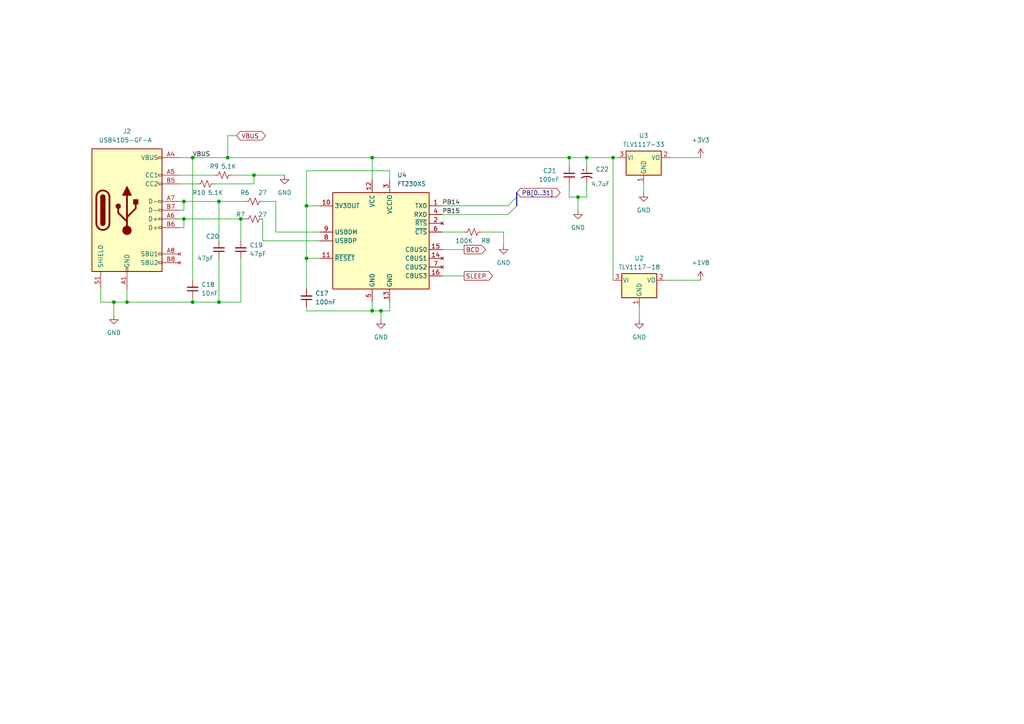
<source format=kicad_sch>
(kicad_sch (version 20230121) (generator eeschema)
  (paper "A4")
  (lib_symbols
    (symbol "Device:C_Polarized_Small_US" (pin_numbers hide) (pin_names (offset 0.254) hide)
      (property "Reference" "C" (at 0.254 1.778 0))
      (property "Value" "C_Polarized_Small_US" (at 0.254 -2.032 0))
      (symbol "C_Polarized_Small_US_0_1"
        (polyline (pts (xy -1.524 0.508) (xy 1.524 0.508)) (stroke (width 0.3048)))
        (polyline (pts (xy -1.27 1.524) (xy -0.762 1.524)))
        (polyline (pts (xy -1.016 1.27) (xy -1.016 1.778)))
        (arc (start 1.524 -0.762) (mid 0 -0.3734) (end -1.524 -0.762) (stroke (width 0.3048)))
      )
      (symbol "C_Polarized_Small_US_1_1"
        (pin passive line (at 0 2.54 270) (length 2.032) (name "~") (number "1"))
        (pin passive line (at 0 -2.54 90) (length 2.032) (name "~") (number "2"))
      )
    )
    (symbol "Device:C_Small" (pin_numbers hide) (pin_names (offset 0.254) hide)
      (property "Reference" "C" (at 0.254 1.778 0))
      (property "Value" "C_Small" (at 0.254 -2.032 0))
      (symbol "C_Small_0_1"
        (polyline (pts (xy -1.524 -0.508) (xy 1.524 -0.508)) (stroke (width 0.3302)))
        (polyline (pts (xy -1.524 0.508) (xy 1.524 0.508)) (stroke (width 0.3048)))
      )
      (symbol "C_Small_1_1"
        (pin passive line (at 0 2.54 270) (length 2.032) (name "~") (number "1"))
        (pin passive line (at 0 -2.54 90) (length 2.032) (name "~") (number "2"))
      )
    )
    (symbol "Device:R_Small_US" (pin_numbers hide) (pin_names (offset 0.254) hide)
      (property "Reference" "R" (at 0.762 0.508 0))
      (property "Value" "R_Small_US" (at 0.762 -1.016 0))
      (symbol "R_Small_US_1_1"
        (polyline (pts (xy 0 0) (xy 1.016 -0.381) (xy 0 -0.762) (xy -1.016 -1.143) (xy 0 -1.524)))
        (polyline (pts (xy 0 1.524) (xy 1.016 1.143) (xy 0 0.762) (xy -1.016 0.381) (xy 0 0)))
        (pin passive line (at 0 2.54 270) (length 1.016) (name "~") (number "1"))
        (pin passive line (at 0 -2.54 90) (length 1.016) (name "~") (number "2"))
      )
    )
    (symbol "Interface_USB:FT230XS"
      (property "Reference" "U4" (at 4.7341 19.05 0))
      (property "Value" "FT230XS" (at 4.7341 16.51 0))
      (symbol "FT230XS_0_1"
        (rectangle (start -13.97 13.97) (end 13.97 -13.97) (stroke (width 0.254)) (fill (type background)))
      )
      (symbol "FT230XS_1_1"
        (pin output line (at 17.78 10.16 180) (length 3.81) (name "TXD") (number "1"))
        (pin power_out line (at -17.78 10.16 0) (length 3.81) (name "3V3OUT") (number "10"))
        (pin input line (at -17.78 -5.08 0) (length 3.81) (name "~{RESET}") (number "11"))
        (pin power_in line (at -2.54 17.78 270) (length 3.81) (name "VCC") (number "12"))
        (pin power_in line (at 2.54 -17.78 90) (length 3.81) (name "GND") (number "13"))
        (pin no_connect line (at 17.78 -5.08 180) (length 3.81) (name "CBUS1") (number "14"))
        (pin bidirectional line (at 17.78 -2.54 180) (length 3.81) (name "CBUS0") (number "15"))
        (pin bidirectional line (at 17.78 -10.16 180) (length 3.81) (name "CBUS3") (number "16"))
        (pin no_connect line (at 17.78 5.08 180) (length 3.81) (name "~{RTS}") (number "2"))
        (pin power_in line (at 2.54 17.78 270) (length 3.81) (name "VCCIO") (number "3"))
        (pin input line (at 17.78 7.62 180) (length 3.81) (name "RXD") (number "4"))
        (pin power_in line (at -2.54 -17.78 90) (length 3.81) (name "GND") (number "5"))
        (pin input line (at 17.78 2.54 180) (length 3.81) (name "~{CTS}") (number "6"))
        (pin no_connect line (at 17.78 -7.62 180) (length 3.81) (name "CBUS2") (number "7"))
        (pin bidirectional line (at -17.78 0 0) (length 3.81) (name "USBDP") (number "8"))
        (pin bidirectional line (at -17.78 2.54 0) (length 3.81) (name "USBDM") (number "9"))
      )
    )
    (symbol "Regulator_Linear:TLV1117-18" (pin_names (offset 0.254))
      (property "Reference" "U" (at -3.81 3.175 0))
      (property "Value" "TLV1117-18" (at 0 3.175 0))
      (symbol "TLV1117-18_0_1"
        (rectangle (start -5.08 -5.08) (end 5.08 1.905) (stroke (width 0.254)) (fill (type background)))
      )
      (symbol "TLV1117-18_1_1"
        (pin power_in line (at 0 -7.62 90) (length 2.54) (name "GND") (number "1"))
        (pin power_out line (at 7.62 0 180) (length 2.54) (name "VO") (number "2"))
        (pin power_in line (at -7.62 0 0) (length 2.54) (name "VI") (number "3"))
      )
    )
    (symbol "Regulator_Linear:TLV1117-33" (pin_names (offset 0.254))
      (property "Reference" "U" (at -3.81 3.175 0))
      (property "Value" "TLV1117-33" (at 0 3.175 0))
      (symbol "TLV1117-33_0_1"
        (rectangle (start -5.08 -5.08) (end 5.08 1.905) (stroke (width 0.254)) (fill (type background)))
      )
      (symbol "TLV1117-33_1_1"
        (pin power_in line (at 0 -7.62 90) (length 2.54) (name "GND") (number "1"))
        (pin power_out line (at 7.62 0 180) (length 2.54) (name "VO") (number "2"))
        (pin power_in line (at -7.62 0 0) (length 2.54) (name "VI") (number "3"))
      )
    )
    (symbol "USB_C_Receptacle_USB2.0_16P_1" (pin_names (offset 1.016))
      (property "Reference" "J2" (at 0 22.86 0))
      (property "Value" "USB4105-GF-A " (at 0 20.32 0))
      (symbol "USB_C_Receptacle_USB2.0_16P_1_0_0"
        (rectangle (start -0.254 -17.78) (end 0.254 -16.764))
        (rectangle (start 10.16 -14.986) (end 9.144 -15.494))
        (rectangle (start 10.16 -12.446) (end 9.144 -12.954))
        (rectangle (start 10.16 -4.826) (end 9.144 -5.334))
        (rectangle (start 10.16 -2.286) (end 9.144 -2.794))
        (rectangle (start 10.16 0.254) (end 9.144 -0.254))
        (rectangle (start 10.16 2.794) (end 9.144 2.286))
        (rectangle (start 10.16 7.874) (end 9.144 7.366))
        (rectangle (start 10.16 10.414) (end 9.144 9.906))
        (rectangle (start 10.16 15.494) (end 9.144 14.986))
      )
      (symbol "USB_C_Receptacle_USB2.0_16P_1_0_1"
        (rectangle (start -10.16 17.78) (end 10.16 -17.78) (stroke (width 0.254)) (fill (type background)))
        (arc (start -8.89 -3.81) (mid -6.985 -5.7067) (end -5.08 -3.81) (stroke (width 0.508)))
        (arc (start -7.62 -3.81) (mid -6.985 -4.4423) (end -6.35 -3.81) (stroke (width 0.254)))
        (arc (start -7.62 -3.81) (mid -6.985 -4.4423) (end -6.35 -3.81) (stroke (width 0.254)) (fill (type outline)))
        (rectangle (start -7.62 -3.81) (end -6.35 3.81) (stroke (width 0.254)) (fill (type outline)))
        (arc (start -6.35 3.81) (mid -6.985 4.4423) (end -7.62 3.81) (stroke (width 0.254)))
        (arc (start -6.35 3.81) (mid -6.985 4.4423) (end -7.62 3.81) (stroke (width 0.254)) (fill (type outline)))
        (arc (start -5.08 3.81) (mid -6.985 5.7067) (end -8.89 3.81) (stroke (width 0.508)))
        (circle (center -2.54 1.143) (radius 0.635) (stroke (width 0.254)) (fill (type outline)))
        (circle (center 0 -5.842) (radius 1.27) (fill (type outline)))
        (polyline (pts (xy -8.89 -3.81) (xy -8.89 3.81)) (stroke (width 0.508)))
        (polyline (pts (xy -5.08 3.81) (xy -5.08 -3.81)) (stroke (width 0.508)))
        (polyline (pts (xy 0 -5.842) (xy 0 4.318)) (stroke (width 0.508)))
        (polyline (pts (xy 0 -3.302) (xy -2.54 -0.762) (xy -2.54 0.508)) (stroke (width 0.508)))
        (polyline (pts (xy 0 -2.032) (xy 2.54 0.508) (xy 2.54 1.778)) (stroke (width 0.508)))
        (polyline (pts (xy -1.27 4.318) (xy 0 6.858) (xy 1.27 4.318) (xy -1.27 4.318)) (stroke (width 0.254)) (fill (type outline)))
        (rectangle (start 1.905 1.778) (end 3.175 3.048) (stroke (width 0.254)) (fill (type outline)))
      )
      (symbol "USB_C_Receptacle_USB2.0_16P_1_1_1"
        (pin power_out line (at 0 -22.86 90) (length 5.08) (name "GND") (number "A1"))
        (pin power_out line (at 0 -22.86 90) (length 5.08) hide (name "GND") (number "A12"))
        (pin power_out line (at 15.24 15.24 180) (length 5.08) (name "VBUS") (number "A4"))
        (pin bidirectional line (at 15.24 10.16 180) (length 5.08) (name "CC1") (number "A5"))
        (pin bidirectional line (at 15.24 -2.54 180) (length 5.08) (name "D+") (number "A6"))
        (pin bidirectional line (at 15.24 2.54 180) (length 5.08) (name "D-") (number "A7"))
        (pin no_connect line (at 15.24 -12.7 180) (length 5.08) (name "SBU1") (number "A8"))
        (pin power_out line (at 15.24 15.24 180) (length 5.08) hide (name "VBUS") (number "A9"))
        (pin power_out line (at 0 -22.86 90) (length 5.08) hide (name "GND") (number "B1"))
        (pin power_out line (at 0 -22.86 90) (length 5.08) hide (name "GND") (number "B12"))
        (pin power_out line (at 15.24 15.24 180) (length 5.08) hide (name "VBUS") (number "B4"))
        (pin bidirectional line (at 15.24 7.62 180) (length 5.08) (name "CC2") (number "B5"))
        (pin bidirectional line (at 15.24 -5.08 180) (length 5.08) (name "D+") (number "B6"))
        (pin bidirectional line (at 15.24 0 180) (length 5.08) (name "D-") (number "B7"))
        (pin no_connect line (at 15.24 -15.24 180) (length 5.08) (name "SBU2") (number "B8"))
        (pin power_out line (at 15.24 15.24 180) (length 5.08) hide (name "VBUS") (number "B9"))
        (pin passive line (at -7.62 -22.86 90) (length 5.08) (name "SHIELD") (number "S1"))
      )
    )
    (symbol "power:+1V8" (power) (pin_names (offset 0))
      (property "Value" "+1V8" (at 0 3.556 0))
      (symbol "+1V8_0_1"
        (polyline (pts (xy -0.762 1.27) (xy 0 2.54)))
        (polyline (pts (xy 0 0) (xy 0 2.54)))
        (polyline (pts (xy 0 2.54) (xy 0.762 1.27)))
      )
      (symbol "+1V8_1_1"
        (pin power_in line (at 0 0 90) (length 0) hide (name "+1V8") (number "1"))
      )
    )
    (symbol "power:+3V3" (power) (pin_names (offset 0))
      (property "Value" "+3V3" (at 0 3.556 0))
      (symbol "+3V3_0_1"
        (polyline (pts (xy -0.762 1.27) (xy 0 2.54)))
        (polyline (pts (xy 0 0) (xy 0 2.54)))
        (polyline (pts (xy 0 2.54) (xy 0.762 1.27)))
      )
      (symbol "+3V3_1_1"
        (pin power_in line (at 0 0 90) (length 0) hide (name "+3V3") (number "1"))
      )
    )
    (symbol "power:GND" (power) (pin_names (offset 0))
      (property "Value" "GND" (at 0 -3.81 0))
      (symbol "GND_0_1"
        (polyline (pts (xy 0 0) (xy 0 -1.27) (xy 1.27 -1.27) (xy 0 -2.54) (xy -1.27 -1.27) (xy 0 -1.27)))
      )
      (symbol "GND_1_1"
        (pin power_in line (at 0 0 270) (length 0) hide (name "GND") (number "1"))
      )
    )
  )
  (junction (at 63.5 58.42))
  (junction (at 53.34 63.5))
  (junction (at 110.49 90.17))
  (junction (at 88.9 74.93))
  (junction (at 165.1 45.72))
  (junction (at 73.66 50.8))
  (junction (at 88.9 59.69))
  (junction (at 33.02 87.63))
  (junction (at 107.95 90.17))
  (junction (at 66.04 45.72))
  (junction (at 170.18 45.72))
  (junction (at 53.34 58.42))
  (junction (at 55.88 45.72))
  (junction (at 63.5 87.63))
  (junction (at 167.64 57.15))
  (junction (at 36.83 87.63))
  (junction (at 177.8 45.72))
  (junction (at 69.85 63.5))
  (junction (at 107.95 45.72))
  (junction (at 55.88 87.63))
  (bus_entry (at 149.86 59.69) (size -2.54 2.54))
  (bus_entry (at 149.86 57.15) (size -2.54 2.54))
  (wire (pts (xy 63.5 87.63) (xy 69.85 87.63)))
  (wire (pts (xy 33.02 87.63) (xy 33.02 91.44)))
  (wire (pts (xy 185.42 88.9) (xy 185.42 92.71)))
  (wire (pts (xy 110.49 90.17) (xy 113.03 90.17)))
  (wire (pts (xy 194.31 45.72) (xy 203.2 45.72)))
  (wire (pts (xy 177.8 45.72) (xy 179.07 45.72)))
  (wire (pts (xy 170.18 45.72) (xy 177.8 45.72)))
  (wire (pts (xy 66.04 39.37) (xy 66.04 45.72)))
  (wire (pts (xy 170.18 53.34) (xy 170.18 57.15)))
  (wire (pts (xy 63.5 58.42) (xy 63.5 69.85)))
  (wire (pts (xy 73.66 50.8) (xy 82.55 50.8)))
  (wire (pts (xy 88.9 88.9) (xy 88.9 90.17)))
  (wire (pts (xy 55.88 45.72) (xy 55.88 81.28)))
  (wire (pts (xy 53.34 58.42) (xy 63.5 58.42)))
  (wire (pts (xy 165.1 45.72) (xy 170.18 45.72)))
  (wire (pts (xy 167.64 57.15) (xy 170.18 57.15)))
  (wire (pts (xy 36.83 83.82) (xy 36.83 87.63)))
  (wire (pts (xy 107.95 45.72) (xy 107.95 52.07)))
  (wire (pts (xy 52.07 60.96) (xy 53.34 60.96)))
  (wire (pts (xy 52.07 63.5) (xy 53.34 63.5)))
  (wire (pts (xy 62.23 53.34) (xy 73.66 53.34)))
  (wire (pts (xy 146.05 71.12) (xy 146.05 67.31)))
  (wire (pts (xy 170.18 45.72) (xy 170.18 48.26)))
  (wire (pts (xy 113.03 52.07) (xy 113.03 49.53)))
  (wire (pts (xy 80.01 67.31) (xy 92.71 67.31)))
  (wire (pts (xy 29.21 83.82) (xy 29.21 87.63)))
  (wire (pts (xy 29.21 87.63) (xy 33.02 87.63)))
  (wire (pts (xy 73.66 50.8) (xy 73.66 53.34)))
  (wire (pts (xy 165.1 53.34) (xy 165.1 57.15)))
  (wire (pts (xy 76.2 69.85) (xy 76.2 63.5)))
  (wire (pts (xy 88.9 74.93) (xy 92.71 74.93)))
  (wire (pts (xy 68.58 39.37) (xy 66.04 39.37)))
  (wire (pts (xy 69.85 74.93) (xy 69.85 87.63)))
  (wire (pts (xy 88.9 49.53) (xy 88.9 59.69)))
  (wire (pts (xy 55.88 86.36) (xy 55.88 87.63)))
  (wire (pts (xy 88.9 59.69) (xy 88.9 74.93)))
  (wire (pts (xy 113.03 87.63) (xy 113.03 90.17)))
  (wire (pts (xy 55.88 87.63) (xy 63.5 87.63)))
  (wire (pts (xy 36.83 87.63) (xy 55.88 87.63)))
  (wire (pts (xy 107.95 90.17) (xy 110.49 90.17)))
  (wire (pts (xy 88.9 74.93) (xy 88.9 83.82)))
  (wire (pts (xy 63.5 58.42) (xy 71.12 58.42)))
  (wire (pts (xy 107.95 87.63) (xy 107.95 90.17)))
  (wire (pts (xy 165.1 45.72) (xy 165.1 48.26)))
  (wire (pts (xy 67.31 50.8) (xy 73.66 50.8)))
  (wire (pts (xy 177.8 45.72) (xy 177.8 81.28)))
  (wire (pts (xy 55.88 45.72) (xy 66.04 45.72)))
  (wire (pts (xy 52.07 53.34) (xy 57.15 53.34)))
  (bus (pts (xy 149.86 57.15) (xy 149.86 59.69)))
  (wire (pts (xy 52.07 45.72) (xy 55.88 45.72)))
  (wire (pts (xy 193.04 81.28) (xy 203.2 81.28)))
  (wire (pts (xy 33.02 87.63) (xy 36.83 87.63)))
  (wire (pts (xy 139.7 67.31) (xy 146.05 67.31)))
  (wire (pts (xy 53.34 58.42) (xy 53.34 60.96)))
  (wire (pts (xy 165.1 57.15) (xy 167.64 57.15)))
  (wire (pts (xy 52.07 58.42) (xy 53.34 58.42)))
  (wire (pts (xy 128.27 67.31) (xy 134.62 67.31)))
  (wire (pts (xy 52.07 50.8) (xy 62.23 50.8)))
  (wire (pts (xy 63.5 74.93) (xy 63.5 87.63)))
  (wire (pts (xy 113.03 49.53) (xy 88.9 49.53)))
  (wire (pts (xy 128.27 72.39) (xy 134.62 72.39)))
  (wire (pts (xy 66.04 45.72) (xy 107.95 45.72)))
  (wire (pts (xy 186.69 53.34) (xy 186.69 55.88)))
  (wire (pts (xy 107.95 45.72) (xy 165.1 45.72)))
  (wire (pts (xy 88.9 59.69) (xy 92.71 59.69)))
  (wire (pts (xy 52.07 66.04) (xy 53.34 66.04)))
  (wire (pts (xy 167.64 57.15) (xy 167.64 60.96)))
  (wire (pts (xy 128.27 80.01) (xy 134.62 80.01)))
  (wire (pts (xy 69.85 63.5) (xy 71.12 63.5)))
  (bus (pts (xy 149.86 55.88) (xy 149.86 57.15)))
  (wire (pts (xy 53.34 63.5) (xy 53.34 66.04)))
  (wire (pts (xy 76.2 58.42) (xy 80.01 58.42)))
  (wire (pts (xy 128.27 62.23) (xy 147.32 62.23)))
  (wire (pts (xy 128.27 59.69) (xy 147.32 59.69)))
  (wire (pts (xy 69.85 63.5) (xy 69.85 69.85)))
  (wire (pts (xy 92.71 69.85) (xy 76.2 69.85)))
  (wire (pts (xy 80.01 58.42) (xy 80.01 67.31)))
  (wire (pts (xy 88.9 90.17) (xy 107.95 90.17)))
  (wire (pts (xy 110.49 90.17) (xy 110.49 92.71)))
  (wire (pts (xy 53.34 63.5) (xy 69.85 63.5)))
  (label "VBUS" (at 55.88 45.72 0))
  (label "PB14" (at 128.27 59.69 0))
  (label "PB15" (at 128.27 62.23 0))
  (global_label "BCD" (shape output) (at 134.62 72.39 0) (property "Intersheetrefs" "${INTERSHEET_REFS}" (effects hide)))
  (global_label "VBUS" (shape bidirectional) (at 68.58 39.37 0) (property "Intersheetrefs" "${INTERSHEET_REFS}" (effects hide)))
  (global_label "SLEEP" (shape output) (at 134.62 80.01 0) (property "Intersheetrefs" "${INTERSHEET_REFS}" (effects hide)))
  (global_label "PB[0..31]" (shape bidirectional) (at 149.86 55.88 0) (property "Intersheetrefs" "${INTERSHEET_REFS}" (effects hide)))
  (symbol (lib_id "Device:C_Small") (at 88.9 86.36 180) (unit 1)
    (property "Reference" "C17" (at 91.44 85.0836 0) (effects (justify right)))
    (property "Value" "100nF" (at 91.44 87.6236 0) (effects (justify right)))
    (property "Footprint" "Capacitor_SMD:C_0805_2012Metric" (effects hide))
  )
  (symbol (lib_id "power:+3V3") (at 203.2 45.72 0) (unit 1)
    (property "Reference" "#PWR020" (effects hide))
    (property "Value" "+3V3" (at 203.2 40.64 0))
  )
  (symbol (lib_id "power:+1V8") (at 203.2 81.28 0) (unit 1)
    (property "Reference" "#PWR021" (effects hide))
    (property "Value" "+1V8" (at 203.2 76.2 0))
  )
  (symbol (lib_id "Device:R_Small_US") (at 73.66 63.5 90) (unit 1)
    (property "Reference" "R7" (at 71.12 62.23 90) (effects (justify left)))
    (property "Value" "27" (at 77.47 62.23 90) (effects (justify left)))
    (property "Footprint" "Resistor_SMD:R_0805_2012Metric" (effects hide))
  )
  (symbol (lib_id "Device:R_Small_US") (at 64.77 50.8 90) (unit 1)
    (property "Reference" "R9" (at 63.5 48.26 90) (effects (justify left)))
    (property "Value" "5.1K" (at 68.58 48.26 90) (effects (justify left)))
    (property "Footprint" "Resistor_SMD:R_0805_2012Metric" (effects hide))
  )
  (symbol (lib_id "power:GND") (at 185.42 92.71 0) (unit 1)
    (property "Reference" "#PWR014" (effects hide))
    (property "Value" "GND" (at 185.42 97.79 0))
  )
  (symbol (lib_id "power:GND") (at 82.55 50.8 0) (unit 1)
    (property "Reference" "#PWR018" (effects hide))
    (property "Value" "GND" (at 82.55 55.88 0))
  )
  (symbol (lib_id "Device:C_Polarized_Small_US") (at 170.18 50.8 0) (unit 1)
    (property "Reference" "C22" (at 172.72 49.0982 0) (effects (justify left)))
    (property "Value" "4.7uF" (at 171.45 53.34 0) (effects (justify left)))
    (property "Footprint" "Capacitor_SMD:C_0805_2012Metric" (effects hide))
  )
  (symbol (lib_id "Regulator_Linear:TLV1117-18") (at 185.42 81.28 0) (unit 1)
    (property "Reference" "U2" (at 185.42 74.93 0))
    (property "Value" "TLV1117-18" (at 185.42 77.47 0))
    (property "Footprint" "Package_TO_SOT_SMD:SOT-223-3_TabPin2" (effects hide))
    (property "Datasheet" "http://www.ti.com/lit/ds/symlink/tlv1117.pdf" (effects hide))
  )
  (symbol (lib_id "Regulator_Linear:TLV1117-33") (at 186.69 45.72 0) (unit 1)
    (property "Reference" "U3" (at 186.69 39.37 0))
    (property "Value" "TLV1117-33" (at 186.69 41.91 0))
    (property "Footprint" "Package_TO_SOT_SMD:SOT-223-3_TabPin2" (effects hide))
    (property "Datasheet" "http://www.ti.com/lit/ds/symlink/tlv1117.pdf" (effects hide))
  )
  (symbol (lib_id "Device:R_Small_US") (at 137.16 67.31 90) (unit 1)
    (property "Reference" "R8" (at 142.24 69.85 90) (effects (justify left)))
    (property "Value" "100K" (at 137.16 69.85 90) (effects (justify left)))
    (property "Footprint" "Resistor_SMD:R_0805_2012Metric" (effects hide))
  )
  (symbol (lib_id "Interface_USB:FT230XS") (at 110.49 69.85 0) (unit 1)
    (property "Reference" "U4" (at 115.2241 50.8 0) (effects (justify left)))
    (property "Value" "FT230XS" (at 115.2241 53.34 0) (effects (justify left)))
    (property "Footprint" "Package_SO:SSOP-16_3.9x4.9mm_P0.635mm" (effects hide))
    (property "Datasheet" "https://www.ftdichip.com/Support/Documents/DataSheets/ICs/DS_FT230X.pdf" (effects hide))
  )
  (symbol (lib_id "Device:C_Small") (at 165.1 50.8 180) (unit 1)
    (property "Reference" "C21" (at 157.48 49.53 0) (effects (justify right)))
    (property "Value" "100nF" (at 156.21 52.07 0) (effects (justify right)))
    (property "Footprint" "Capacitor_SMD:C_0805_2012Metric" (effects hide))
  )
  (symbol (lib_id "Device:R_Small_US") (at 73.66 58.42 90) (unit 1)
    (property "Reference" "R6" (at 72.39 55.88 90) (effects (justify left)))
    (property "Value" "27" (at 77.47 55.88 90) (effects (justify left)))
    (property "Footprint" "Resistor_SMD:R_0805_2012Metric" (effects hide))
  )
  (symbol (lib_id "power:GND") (at 186.69 55.88 0) (unit 1)
    (property "Reference" "#PWR013" (effects hide))
    (property "Value" "GND" (at 186.69 60.96 0))
  )
  (symbol (lib_id "Device:C_Small") (at 69.85 72.39 180) (unit 1)
    (property "Reference" "C19" (at 72.39 71.1136 0) (effects (justify right)))
    (property "Value" "47pF" (at 72.39 73.6536 0) (effects (justify right)))
    (property "Footprint" "Capacitor_SMD:C_0805_2012Metric" (effects hide))
  )
  (symbol (lib_id "Device:C_Small") (at 63.5 72.39 180) (unit 1)
    (property "Reference" "C20" (at 59.69 68.58 0) (effects (justify right)))
    (property "Value" "47pF" (at 57.15 74.93 0) (effects (justify right)))
    (property "Footprint" "Capacitor_SMD:C_0805_2012Metric" (effects hide))
  )
  (symbol (lib_id "power:GND") (at 146.05 71.12 0) (unit 1)
    (property "Reference" "#PWR016" (effects hide))
    (property "Value" "GND" (at 146.05 76.2 0))
  )
  (symbol (lib_id "Device:C_Small") (at 55.88 83.82 180) (unit 1)
    (property "Reference" "C18" (at 58.42 82.5436 0) (effects (justify right)))
    (property "Value" "10nF" (at 58.42 85.0836 0) (effects (justify right)))
    (property "Footprint" "Capacitor_SMD:C_0805_2012Metric" (effects hide))
  )
  (symbol (lib_id "power:GND") (at 110.49 92.71 0) (unit 1)
    (property "Reference" "#PWR015" (effects hide))
    (property "Value" "GND" (at 110.49 97.79 0))
  )
  (symbol (lib_id "Device:R_Small_US") (at 59.69 53.34 90) (unit 1)
    (property "Reference" "R10" (at 59.69 55.88 90) (effects (justify left)))
    (property "Value" "5.1K" (at 64.77 55.88 90) (effects (justify left)))
    (property "Footprint" "Resistor_SMD:R_0805_2012Metric" (effects hide))
  )
  (symbol (lib_name "USB_C_Receptacle_USB2.0_16P_1") (lib_id "Connector:USB_C_Receptacle_USB2.0_16P") (at 36.83 60.96 0) (unit 1)
    (property "Reference" "J2" (at 36.83 38.1 0))
    (property "Value" "USB4105-GF-A " (at 36.83 40.64 0))
    (property "Footprint" "Connector_USB:USB_C_Receptacle_GCT_USB4105-xx-A_16P_TopMnt_Horizontal" (effects hide))
    (property "Datasheet" "https://www.usb.org/sites/default/files/documents/usb_type-c.zip" (effects hide))
  )
  (symbol (lib_id "power:GND") (at 33.02 91.44 0) (unit 1)
    (property "Reference" "#PWR012" (effects hide))
    (property "Value" "GND" (at 33.02 96.52 0))
  )
  (symbol (lib_id "power:GND") (at 167.64 60.96 0) (unit 1)
    (property "Reference" "#PWR017" (effects hide))
    (property "Value" "GND" (at 167.64 66.04 0))
  )
)
</source>
